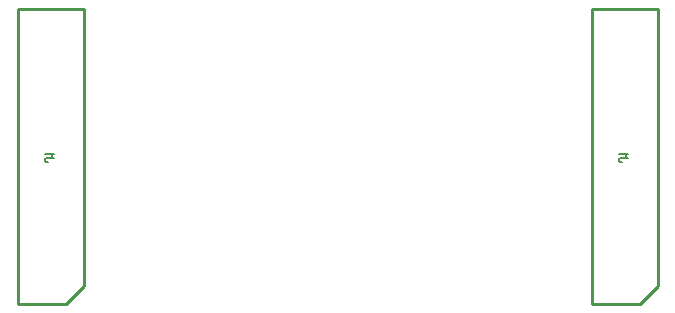
<source format=gm1>
G04*
G04 #@! TF.GenerationSoftware,Altium Limited,Altium Designer,19.1.8 (144)*
G04*
G04 Layer_Color=16711935*
%FSLAX25Y25*%
%MOIN*%
G70*
G01*
G75*
%ADD11C,0.00984*%
%ADD62C,0.00500*%
D11*
X216142Y78740D02*
X222047Y84646D01*
Y177165D01*
X200000D02*
X222047D01*
X200000Y78740D02*
Y177165D01*
Y78740D02*
X216142D01*
X24803D02*
X30709Y84646D01*
Y177165D01*
X8661D02*
X30709D01*
X8661Y78740D02*
Y177165D01*
Y78740D02*
X24803D01*
D62*
X212000Y127425D02*
X209751D01*
X209329Y127284D01*
X209188Y127144D01*
X209048Y126862D01*
Y126581D01*
X209188Y126300D01*
X209329Y126159D01*
X209751Y126019D01*
X210032D01*
X211437Y128184D02*
X211578Y128465D01*
X212000Y128887D01*
X209048D01*
X20661Y127425D02*
X18412D01*
X17990Y127284D01*
X17850Y127144D01*
X17709Y126862D01*
Y126581D01*
X17850Y126300D01*
X17990Y126159D01*
X18412Y126019D01*
X18693D01*
X20099Y128184D02*
X20239Y128465D01*
X20661Y128887D01*
X17709D01*
M02*

</source>
